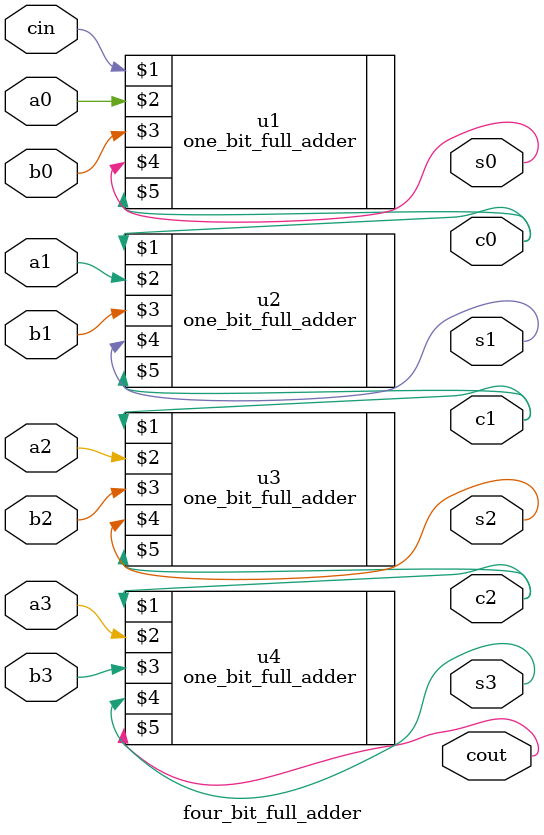
<source format=v>
`timescale 1ns / 1ps
module four_bit_full_adder(input a3,a2,a1,a0,b3,b2,b1,b0,cin, output s3,s2,s1,s0, c2,c1,c0,cout);

    one_bit_full_adder u1(cin,a0,b0,s0,c0);
    one_bit_full_adder u2(c0,a1,b1,s1,c1);
    one_bit_full_adder u3(c1,a2,b2,s2,c2);
    one_bit_full_adder u4(c2,a3,b3,s3,cout);

endmodule

</source>
